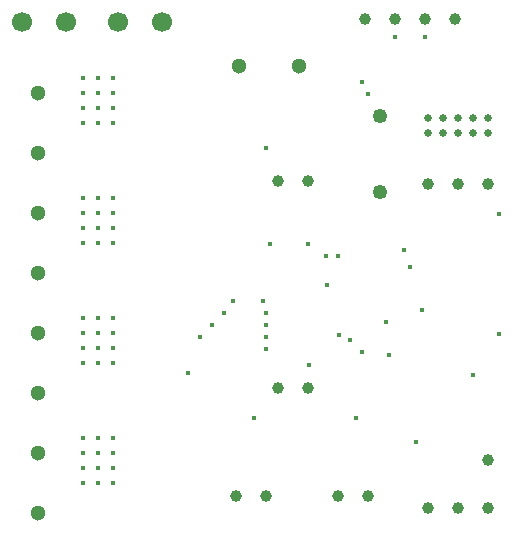
<source format=gbr>
%TF.GenerationSoftware,KiCad,Pcbnew,(5.1.5)-3*%
%TF.CreationDate,2020-01-15T03:57:36-05:00*%
%TF.ProjectId,STM32 Klipper Expander,53544d33-3220-44b6-9c69-707065722045,rev?*%
%TF.SameCoordinates,Original*%
%TF.FileFunction,Plated,1,2,PTH,Drill*%
%TF.FilePolarity,Positive*%
%FSLAX46Y46*%
G04 Gerber Fmt 4.6, Leading zero omitted, Abs format (unit mm)*
G04 Created by KiCad (PCBNEW (5.1.5)-3) date 2020-01-15 03:57:36*
%MOMM*%
%LPD*%
G04 APERTURE LIST*
%TA.AperFunction,ViaDrill*%
%ADD10C,0.400000*%
%TD*%
%TA.AperFunction,ComponentDrill*%
%ADD11C,0.650000*%
%TD*%
%TA.AperFunction,ComponentDrill*%
%ADD12C,1.000000*%
%TD*%
%TA.AperFunction,ComponentDrill*%
%ADD13C,1.250000*%
%TD*%
%TA.AperFunction,ComponentDrill*%
%ADD14C,1.300000*%
%TD*%
%TA.AperFunction,ComponentDrill*%
%ADD15C,1.700000*%
%TD*%
G04 APERTURE END LIST*
D10*
X111430000Y-59995000D03*
X111430000Y-61265000D03*
X111430000Y-62535000D03*
X111430000Y-63805000D03*
X111430000Y-70155000D03*
X111430000Y-71425000D03*
X111430000Y-72695000D03*
X111430000Y-73965000D03*
X111430000Y-80315000D03*
X111430000Y-81585000D03*
X111430000Y-82855000D03*
X111430000Y-84125000D03*
X111430000Y-90475000D03*
X111430000Y-91745000D03*
X111430000Y-93015000D03*
X111430000Y-94285000D03*
X112700000Y-59995000D03*
X112700000Y-61265000D03*
X112700000Y-62535000D03*
X112700000Y-63805000D03*
X112700000Y-70155000D03*
X112700000Y-71425000D03*
X112700000Y-72695000D03*
X112700000Y-73965000D03*
X112700000Y-80315000D03*
X112700000Y-81585000D03*
X112700000Y-82855000D03*
X112700000Y-84125000D03*
X112700000Y-90475000D03*
X112700000Y-91745000D03*
X112700000Y-93015000D03*
X112700000Y-94285000D03*
X113970000Y-59995000D03*
X113970000Y-61265000D03*
X113970000Y-62535000D03*
X113970000Y-63805000D03*
X113970000Y-70155000D03*
X113970000Y-71425000D03*
X113970000Y-72695000D03*
X113970000Y-73965000D03*
X113970000Y-80315000D03*
X113970000Y-81585000D03*
X113970000Y-82855000D03*
X113970000Y-84125000D03*
X113970000Y-90475000D03*
X113970000Y-91745000D03*
X113970000Y-93015000D03*
X113970000Y-94285000D03*
X120320000Y-85014000D03*
X121336000Y-81966000D03*
X122352000Y-80950000D03*
X123368000Y-79934000D03*
X124130000Y-78918000D03*
X125908000Y-88824000D03*
X126670000Y-78918000D03*
X126924000Y-65964000D03*
X126924000Y-79934000D03*
X126924000Y-80950000D03*
X126924000Y-81966000D03*
X126924000Y-82982000D03*
X127305000Y-74092000D03*
X130480000Y-74092000D03*
X130565500Y-84337500D03*
X132004000Y-75108000D03*
X132090000Y-77562000D03*
X133020000Y-75108000D03*
X133105500Y-81797500D03*
X134036000Y-82220000D03*
X134544000Y-88824000D03*
X135052000Y-60376000D03*
X135052000Y-83236000D03*
X135560000Y-61392000D03*
X137084000Y-80696000D03*
X137338000Y-83490000D03*
X137846000Y-56566000D03*
X138608000Y-74600000D03*
X139116000Y-76032000D03*
X139624000Y-90856000D03*
X140132000Y-79680000D03*
X140386000Y-56566000D03*
X144437500Y-85153500D03*
X146661000Y-71552000D03*
X146661000Y-81712000D03*
D11*
%TO.C,J3*%
X140640000Y-63424000D03*
X140640000Y-64694000D03*
X141910000Y-63424000D03*
X141910000Y-64694000D03*
X143180000Y-63424000D03*
X143180000Y-64694000D03*
X144450000Y-63424000D03*
X144450000Y-64694000D03*
X145720000Y-63424000D03*
X145720000Y-64694000D03*
D12*
%TO.C,J4*%
X140640000Y-69012000D03*
X143180000Y-69012000D03*
X145720000Y-69012000D03*
%TO.C,J10*%
X145720000Y-92380000D03*
%TO.C,J7*%
X127940000Y-68758000D03*
X130480000Y-68758000D03*
%TO.C,J12*%
X127940000Y-86284000D03*
X130480000Y-86284000D03*
%TO.C,J2*%
X135306000Y-55042000D03*
X137846000Y-55042000D03*
X140386000Y-55042000D03*
X142926000Y-55042000D03*
%TO.C,J8*%
X124424000Y-95428000D03*
X126924000Y-95428000D03*
%TO.C,J11*%
X140640000Y-96444000D03*
X143180000Y-96444000D03*
X145720000Y-96444000D03*
%TO.C,J9*%
X133060000Y-95428000D03*
X135560000Y-95428000D03*
D13*
%TO.C,SW2*%
X136576000Y-63222000D03*
X136576000Y-69722000D03*
D14*
%TO.C,J6*%
X107620000Y-61265000D03*
X107620000Y-66345000D03*
X107620000Y-71425000D03*
X107620000Y-76505000D03*
X107620000Y-81585000D03*
X107620000Y-86665000D03*
X107620000Y-91745000D03*
X107620000Y-96825000D03*
%TO.C,J5*%
X124638000Y-58979000D03*
X129718000Y-58979000D03*
D15*
%TO.C,F1*%
X106297000Y-55296000D03*
X109957000Y-55296000D03*
X114427000Y-55296000D03*
X118087000Y-55296000D03*
M02*

</source>
